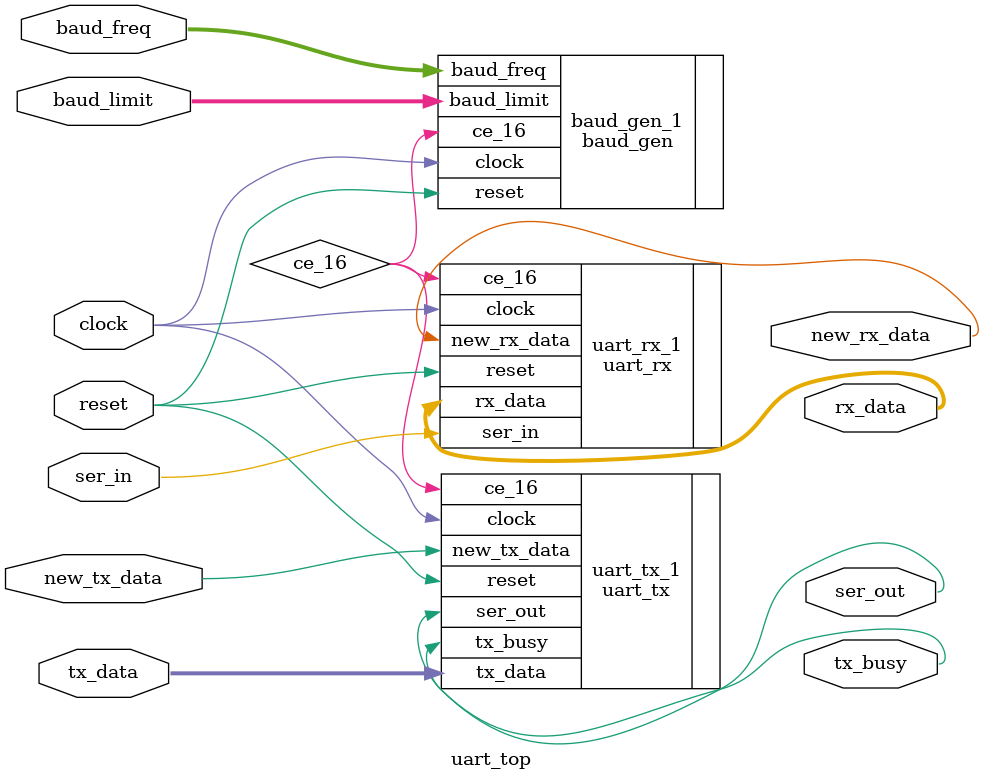
<source format=v>

module uart_top 
(
	// global signals 
	clock, reset,
	// uart serial signals 
	ser_in, ser_out,
	// transmit and receive internal interface signals 
	rx_data, new_rx_data, 
	tx_data, new_tx_data, tx_busy, 
	// baud rate configuration register - see baud_gen.v for details 
	baud_freq, baud_limit
);
//---------------------------------------------------------------------------------------
// modules inputs and outputs 
input 			clock;			// global clock input 
input 			reset;			// global reset input 
input			ser_in;			// serial data input 
output			ser_out;		// serial data output 
input	[7:0]	tx_data;		// data byte to transmit 
input			new_tx_data;	// asserted to indicate that there is a new data byte for transmission 
output 			tx_busy;		// signs that transmitter is busy 
output	[7:0]	rx_data;		// data byte received 
output 			new_rx_data;	// signs that a new byte was received 
input	[11:0]	baud_freq;	// baud rate setting registers - see header description 
input	[15:0]	baud_limit;

// internal wires 
wire ce_16;		// clock enable at bit rate 

//---------------------------------------------------------------------------------------
// module implementation 
// baud rate generator module 
baud_gen baud_gen_1
(
	.clock(clock), .reset(reset), 
	.ce_16(ce_16), .baud_freq(baud_freq), .baud_limit(baud_limit)
);

// uart receiver 
uart_rx uart_rx_1 
(
	.clock(clock), .reset(reset), 
	.ce_16(ce_16), .ser_in(ser_in), 
	.rx_data(rx_data), .new_rx_data(new_rx_data) 
);

// uart transmitter 
uart_tx  uart_tx_1
(
	.clock(clock), .reset(reset), 
	.ce_16(ce_16), .tx_data(tx_data), .new_tx_data(new_tx_data), 
	.ser_out(ser_out), .tx_busy(tx_busy) 
);

endmodule
//---------------------------------------------------------------------------------------
//						Th.. Th.. Th.. Thats all folks !!!
//---------------------------------------------------------------------------------------

</source>
